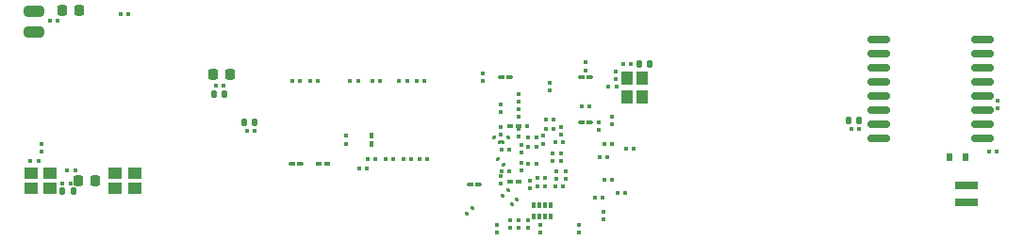
<source format=gbr>
%TF.GenerationSoftware,KiCad,Pcbnew,(6.0.2)*%
%TF.CreationDate,2022-03-22T23:14:37+08:00*%
%TF.ProjectId,som,736f6d2e-6b69-4636-9164-5f7063625858,V0R1*%
%TF.SameCoordinates,Original*%
%TF.FileFunction,Paste,Bot*%
%TF.FilePolarity,Positive*%
%FSLAX46Y46*%
G04 Gerber Fmt 4.6, Leading zero omitted, Abs format (unit mm)*
G04 Created by KiCad (PCBNEW (6.0.2)) date 2022-03-22 23:14:37*
%MOMM*%
%LPD*%
G01*
G04 APERTURE LIST*
G04 Aperture macros list*
%AMRoundRect*
0 Rectangle with rounded corners*
0 $1 Rounding radius*
0 $2 $3 $4 $5 $6 $7 $8 $9 X,Y pos of 4 corners*
0 Add a 4 corners polygon primitive as box body*
4,1,4,$2,$3,$4,$5,$6,$7,$8,$9,$2,$3,0*
0 Add four circle primitives for the rounded corners*
1,1,$1+$1,$2,$3*
1,1,$1+$1,$4,$5*
1,1,$1+$1,$6,$7*
1,1,$1+$1,$8,$9*
0 Add four rect primitives between the rounded corners*
20,1,$1+$1,$2,$3,$4,$5,0*
20,1,$1+$1,$4,$5,$6,$7,0*
20,1,$1+$1,$6,$7,$8,$9,0*
20,1,$1+$1,$8,$9,$2,$3,0*%
G04 Aperture macros list end*
%ADD10RoundRect,0.100000X0.175000X0.100000X-0.175000X0.100000X-0.175000X-0.100000X0.175000X-0.100000X0*%
%ADD11RoundRect,0.100000X0.125000X0.100000X-0.125000X0.100000X-0.125000X-0.100000X0.125000X-0.100000X0*%
%ADD12RoundRect,0.079500X-0.079500X-0.100500X0.079500X-0.100500X0.079500X0.100500X-0.079500X0.100500X0*%
%ADD13RoundRect,0.079500X0.100500X-0.079500X0.100500X0.079500X-0.100500X0.079500X-0.100500X-0.079500X0*%
%ADD14RoundRect,0.079500X0.079500X0.100500X-0.079500X0.100500X-0.079500X-0.100500X0.079500X-0.100500X0*%
%ADD15RoundRect,0.079500X-0.100500X0.079500X-0.100500X-0.079500X0.100500X-0.079500X0.100500X0.079500X0*%
%ADD16RoundRect,0.100000X-0.175000X-0.100000X0.175000X-0.100000X0.175000X0.100000X-0.175000X0.100000X0*%
%ADD17RoundRect,0.100000X-0.125000X-0.100000X0.125000X-0.100000X0.125000X0.100000X-0.125000X0.100000X0*%
%ADD18RoundRect,0.079500X-0.014849X0.127279X-0.127279X0.014849X0.014849X-0.127279X0.127279X-0.014849X0*%
%ADD19RoundRect,0.225000X0.225000X0.250000X-0.225000X0.250000X-0.225000X-0.250000X0.225000X-0.250000X0*%
%ADD20RoundRect,0.225000X-0.225000X-0.250000X0.225000X-0.250000X0.225000X0.250000X-0.225000X0.250000X0*%
%ADD21RoundRect,0.100000X-0.100000X0.175000X-0.100000X-0.175000X0.100000X-0.175000X0.100000X0.175000X0*%
%ADD22RoundRect,0.100000X-0.100000X0.125000X-0.100000X-0.125000X0.100000X-0.125000X0.100000X0.125000X0*%
%ADD23RoundRect,0.079500X0.014849X-0.127279X0.127279X-0.014849X-0.014849X0.127279X-0.127279X0.014849X0*%
%ADD24RoundRect,0.243750X-0.656250X0.243750X-0.656250X-0.243750X0.656250X-0.243750X0.656250X0.243750X0*%
%ADD25RoundRect,0.140000X0.140000X0.170000X-0.140000X0.170000X-0.140000X-0.170000X0.140000X-0.170000X0*%
%ADD26R,0.600000X0.700000*%
%ADD27R,1.150000X1.000000*%
%ADD28RoundRect,0.150000X-0.875000X-0.150000X0.875000X-0.150000X0.875000X0.150000X-0.875000X0.150000X0*%
%ADD29RoundRect,0.079500X-0.127279X-0.014849X-0.014849X-0.127279X0.127279X0.014849X0.014849X0.127279X0*%
%ADD30RoundRect,0.140000X-0.140000X-0.170000X0.140000X-0.170000X0.140000X0.170000X-0.140000X0.170000X0*%
%ADD31R,2.000000X0.800000*%
%ADD32R,0.400000X0.500000*%
%ADD33R,0.300000X0.500000*%
%ADD34R,1.000000X1.150000*%
G04 APERTURE END LIST*
D10*
%TO.C,C95*%
X50950000Y-6500000D03*
X50250000Y-6500000D03*
D11*
X51000000Y-6500000D03*
X50200000Y-6500000D03*
%TD*%
D12*
%TO.C,C87*%
X50255000Y-9100000D03*
X50945000Y-9100000D03*
%TD*%
D13*
%TO.C,C88*%
X47400000Y-7645000D03*
X47400000Y-6955000D03*
%TD*%
D14*
%TO.C,C90*%
X43745000Y-13000000D03*
X43055000Y-13000000D03*
%TD*%
D13*
%TO.C,C92*%
X43800000Y-19355000D03*
X43800000Y-20045000D03*
%TD*%
D10*
%TO.C,C94*%
X43750000Y-6500000D03*
X43050000Y-6500000D03*
D11*
X43800000Y-6500000D03*
X43000000Y-6500000D03*
%TD*%
D15*
%TO.C,C89*%
X44600000Y-7955000D03*
X44600000Y-8645000D03*
%TD*%
D14*
%TO.C,C91*%
X43055000Y-14900000D03*
X43745000Y-14900000D03*
%TD*%
D15*
%TO.C,C122*%
X50000000Y-20445000D03*
X50000000Y-19755000D03*
%TD*%
D12*
%TO.C,C123*%
X51455000Y-17300000D03*
X52145000Y-17300000D03*
%TD*%
%TO.C,C125*%
X54145000Y-16900000D03*
X53455000Y-16900000D03*
%TD*%
D13*
%TO.C,C124*%
X52200000Y-19245000D03*
X52200000Y-18555000D03*
%TD*%
D14*
%TO.C,C126*%
X52255000Y-15700000D03*
X52945000Y-15700000D03*
%TD*%
D15*
%TO.C,C130*%
X53000000Y-10745000D03*
X53000000Y-10055000D03*
%TD*%
D12*
%TO.C,C127*%
X52545000Y-13700000D03*
X51855000Y-13700000D03*
%TD*%
D14*
%TO.C,C128*%
X54255000Y-12900000D03*
X54945000Y-12900000D03*
%TD*%
D12*
%TO.C,C129*%
X52945000Y-12500000D03*
X52255000Y-12500000D03*
%TD*%
D14*
%TO.C,C131*%
X53345000Y-7300000D03*
X52655000Y-7300000D03*
%TD*%
%TO.C,C52*%
X48545000Y-16300000D03*
X47855000Y-16300000D03*
%TD*%
%TO.C,C44*%
X48545000Y-12300000D03*
X47855000Y-12300000D03*
%TD*%
D16*
%TO.C,C53*%
X43850000Y-15900000D03*
X44550000Y-15900000D03*
D17*
X43800000Y-15900000D03*
X44600000Y-15900000D03*
%TD*%
D15*
%TO.C,C43*%
X48400000Y-10955000D03*
X48400000Y-11645000D03*
%TD*%
D18*
%TO.C,C51*%
X43956048Y-17943952D03*
X44443952Y-17456048D03*
%TD*%
D13*
%TO.C,C46*%
X48800000Y-15645000D03*
X48800000Y-14955000D03*
%TD*%
D15*
%TO.C,C47*%
X44800000Y-13245000D03*
X44800000Y-12555000D03*
%TD*%
D13*
%TO.C,C49*%
X44600000Y-9355000D03*
X44600000Y-10045000D03*
%TD*%
D15*
%TO.C,C48*%
X44800000Y-14155000D03*
X44800000Y-14845000D03*
%TD*%
D13*
%TO.C,C45*%
X48400000Y-13355000D03*
X48400000Y-14045000D03*
%TD*%
D12*
%TO.C,C42*%
X47055000Y-11100000D03*
X47745000Y-11100000D03*
%TD*%
%TO.C,C63*%
X46945000Y-15500000D03*
X46255000Y-15500000D03*
%TD*%
D15*
%TO.C,C66*%
X47600000Y-13355000D03*
X47600000Y-14045000D03*
%TD*%
D16*
%TO.C,C132*%
X50950000Y-10500000D03*
X50250000Y-10500000D03*
D17*
X50200000Y-10500000D03*
X51000000Y-10500000D03*
%TD*%
D12*
%TO.C,C65*%
X45455000Y-14300000D03*
X46145000Y-14300000D03*
%TD*%
%TO.C,C62*%
X46255000Y-16300000D03*
X46945000Y-16300000D03*
%TD*%
D13*
%TO.C,C64*%
X48000000Y-15645000D03*
X48000000Y-14955000D03*
%TD*%
D12*
%TO.C,C67*%
X45455000Y-12700000D03*
X46145000Y-12700000D03*
%TD*%
%TO.C,C68*%
X46145000Y-11900000D03*
X45455000Y-11900000D03*
%TD*%
D19*
%TO.C,C2*%
X6575000Y-15800000D03*
X5025000Y-15800000D03*
%TD*%
D18*
%TO.C,C16*%
X43643952Y-16656048D03*
X43156048Y-17143952D03*
%TD*%
D15*
%TO.C,C57*%
X42600000Y-20445000D03*
X42600000Y-19755000D03*
%TD*%
D18*
%TO.C,C15*%
X43156048Y-12343952D03*
X43643952Y-11856048D03*
%TD*%
D13*
%TO.C,R11*%
X50600000Y-5155000D03*
X50600000Y-5845000D03*
%TD*%
%TO.C,R12*%
X43000000Y-8955000D03*
X43000000Y-9645000D03*
%TD*%
D15*
%TO.C,R7*%
X45400000Y-20045000D03*
X45400000Y-19355000D03*
%TD*%
%TO.C,R13*%
X43000000Y-11645000D03*
X43000000Y-10955000D03*
%TD*%
D20*
%TO.C,C20*%
X17125000Y-6200000D03*
X18675000Y-6200000D03*
%TD*%
D14*
%TO.C,R10*%
X30255000Y-14700000D03*
X30945000Y-14700000D03*
%TD*%
D13*
%TO.C,C56*%
X43000000Y-16045000D03*
X43000000Y-15355000D03*
%TD*%
D14*
%TO.C,C78*%
X35455000Y-6800000D03*
X36145000Y-6800000D03*
%TD*%
D12*
%TO.C,C82*%
X31745000Y-13800000D03*
X31055000Y-13800000D03*
%TD*%
%TO.C,C75*%
X29455000Y-6800000D03*
X30145000Y-6800000D03*
%TD*%
%TO.C,C80*%
X34255000Y-13800000D03*
X34945000Y-13800000D03*
%TD*%
D15*
%TO.C,C54*%
X41400000Y-6155000D03*
X41400000Y-6845000D03*
%TD*%
D14*
%TO.C,C73*%
X24945000Y-6800000D03*
X24255000Y-6800000D03*
%TD*%
%TO.C,C74*%
X26545000Y-6800000D03*
X25855000Y-6800000D03*
%TD*%
%TO.C,C18*%
X20895000Y-11300000D03*
X20205000Y-11300000D03*
%TD*%
%TO.C,C77*%
X34545000Y-6800000D03*
X33855000Y-6800000D03*
%TD*%
%TO.C,C81*%
X32655000Y-13800000D03*
X33345000Y-13800000D03*
%TD*%
%TO.C,C76*%
X31455000Y-6800000D03*
X32145000Y-6800000D03*
%TD*%
D15*
%TO.C,R1*%
X29100000Y-12445000D03*
X29100000Y-11755000D03*
%TD*%
D21*
%TO.C,C61*%
X31400000Y-12450000D03*
X31400000Y-11750000D03*
D22*
X31400000Y-11700000D03*
X31400000Y-12500000D03*
%TD*%
D23*
%TO.C,C59*%
X39956048Y-18743952D03*
X40443952Y-18256048D03*
%TD*%
D16*
%TO.C,C84*%
X26650000Y-14300000D03*
X27350000Y-14300000D03*
D17*
X26600000Y-14300000D03*
X27400000Y-14300000D03*
%TD*%
D15*
%TO.C,R8*%
X44600000Y-20045000D03*
X44600000Y-19355000D03*
%TD*%
D10*
%TO.C,C83*%
X24250000Y-14300000D03*
X24950000Y-14300000D03*
D11*
X25000000Y-14300000D03*
X24200000Y-14300000D03*
%TD*%
D16*
%TO.C,C60*%
X40950000Y-16100000D03*
X40250000Y-16100000D03*
D17*
X40200000Y-16100000D03*
X41000000Y-16100000D03*
%TD*%
D14*
%TO.C,C79*%
X35655000Y-13800000D03*
X36345000Y-13800000D03*
%TD*%
D12*
%TO.C,C1*%
X3145000Y-1400000D03*
X2455000Y-1400000D03*
%TD*%
D24*
%TO.C,L1*%
X1100000Y-562500D03*
X1100000Y-2437500D03*
%TD*%
D25*
%TO.C,C28*%
X75180000Y-10400000D03*
X74220000Y-10400000D03*
%TD*%
D14*
%TO.C,C29*%
X74430000Y-11100000D03*
X75120000Y-11100000D03*
%TD*%
D26*
%TO.C,D1*%
X84700000Y-13700000D03*
X83300000Y-13700000D03*
%TD*%
D12*
%TO.C,R4*%
X9545000Y-800000D03*
X8855000Y-800000D03*
%TD*%
D10*
%TO.C,C71*%
X43850000Y-10900000D03*
X44550000Y-10900000D03*
D11*
X44600000Y-10900000D03*
X43800000Y-10900000D03*
%TD*%
D12*
%TO.C,FB3*%
X44655000Y-10900000D03*
X45345000Y-10900000D03*
%TD*%
D25*
%TO.C,C19*%
X20880000Y-10500000D03*
X19920000Y-10500000D03*
%TD*%
D15*
%TO.C,C72*%
X44600000Y-11795000D03*
X44600000Y-11105000D03*
%TD*%
%TO.C,C50*%
X45600000Y-16445000D03*
X45600000Y-15755000D03*
%TD*%
%TO.C,C70*%
X46800000Y-12445000D03*
X46800000Y-11755000D03*
%TD*%
D13*
%TO.C,C93*%
X46500000Y-19755000D03*
X46500000Y-20445000D03*
%TD*%
D14*
%TO.C,R6*%
X87520000Y-13200000D03*
X86830000Y-13200000D03*
%TD*%
D27*
%TO.C,X1*%
X10075000Y-16500000D03*
X8325000Y-16500000D03*
X8325000Y-15100000D03*
X10075000Y-15100000D03*
%TD*%
D13*
%TO.C,C25*%
X87600000Y-9270000D03*
X87600000Y-8580000D03*
%TD*%
D28*
%TO.C,U5*%
X76950000Y-11945000D03*
X76950000Y-10675000D03*
X76950000Y-9405000D03*
X76950000Y-8135000D03*
X76950000Y-6865000D03*
X76950000Y-5595000D03*
X76950000Y-4325000D03*
X76950000Y-3055000D03*
X86250000Y-3055000D03*
X86250000Y-4325000D03*
X86250000Y-5595000D03*
X86250000Y-6865000D03*
X86250000Y-8135000D03*
X86250000Y-9405000D03*
X86250000Y-10675000D03*
X86250000Y-11945000D03*
%TD*%
D29*
%TO.C,C55*%
X42356048Y-11856048D03*
X42843952Y-12343952D03*
%TD*%
D12*
%TO.C,C69*%
X47055000Y-10300000D03*
X47745000Y-10300000D03*
%TD*%
D30*
%TO.C,C21*%
X17220000Y-8000000D03*
X18180000Y-8000000D03*
%TD*%
D12*
%TO.C,C22*%
X17380000Y-7200000D03*
X18070000Y-7200000D03*
%TD*%
D31*
%TO.C,BT1*%
X84800000Y-17750000D03*
X84800000Y-16250000D03*
%TD*%
D20*
%TO.C,C12*%
X3575000Y-500000D03*
X5125000Y-500000D03*
%TD*%
D27*
%TO.C,X2*%
X2525000Y-16500000D03*
X775000Y-16500000D03*
X775000Y-15100000D03*
X2525000Y-15100000D03*
%TD*%
D32*
%TO.C,RN9*%
X47450000Y-19000000D03*
D33*
X46950000Y-19000000D03*
X46450000Y-19000000D03*
D32*
X45950000Y-19000000D03*
X45950000Y-18000000D03*
D33*
X46450000Y-18000000D03*
X46950000Y-18000000D03*
D32*
X47450000Y-18000000D03*
%TD*%
D29*
%TO.C,C58*%
X42756048Y-13856048D03*
X43243952Y-14343952D03*
%TD*%
D12*
%TO.C,C26*%
X4320000Y-16000000D03*
X3630000Y-16000000D03*
%TD*%
D30*
%TO.C,C27*%
X3620000Y-16750000D03*
X4580000Y-16750000D03*
%TD*%
D12*
%TO.C,FB2*%
X4745000Y-14850000D03*
X4055000Y-14850000D03*
%TD*%
%TO.C,C10*%
X1445000Y-14000000D03*
X755000Y-14000000D03*
%TD*%
D15*
%TO.C,R3*%
X1700000Y-13145000D03*
X1700000Y-12455000D03*
%TD*%
D30*
%TO.C,C120*%
X55420000Y-5300000D03*
X56380000Y-5300000D03*
%TD*%
D14*
%TO.C,C121*%
X53955000Y-5300000D03*
X54645000Y-5300000D03*
%TD*%
D15*
%TO.C,FB5*%
X53300000Y-6645000D03*
X53300000Y-5955000D03*
%TD*%
D34*
%TO.C,X5*%
X55700000Y-6525000D03*
X55700000Y-8275000D03*
X54300000Y-8275000D03*
X54300000Y-6525000D03*
%TD*%
D15*
%TO.C,R21*%
X51800000Y-11245000D03*
X51800000Y-10555000D03*
%TD*%
M02*

</source>
